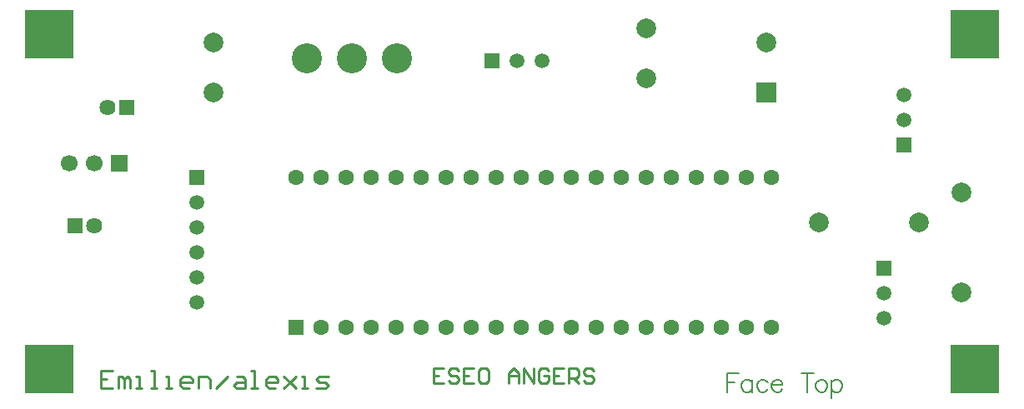
<source format=gtl>
G04*
G04 #@! TF.GenerationSoftware,Altium Limited,Altium Designer,19.1.5 (86)*
G04*
G04 Layer_Physical_Order=1*
G04 Layer_Color=255*
%FSLAX25Y25*%
%MOIN*%
G70*
G01*
G75*
%ADD11C,0.01000*%
%ADD13C,0.00800*%
%ADD28C,0.12000*%
%ADD29C,0.06299*%
%ADD30R,0.06299X0.06299*%
%ADD31C,0.05906*%
%ADD32R,0.05906X0.05906*%
%ADD33C,0.07900*%
%ADD34R,0.07900X0.07900*%
%ADD35R,0.05906X0.05906*%
%ADD36R,0.19685X0.19685*%
%ADD37R,0.19685X0.19685*%
%ADD38C,0.06400*%
%ADD39R,0.06400X0.06400*%
%ADD40R,0.06693X0.06693*%
%ADD41C,0.06693*%
D11*
X169499Y11904D02*
X165500D01*
Y5906D01*
X169499D01*
X165500Y8905D02*
X167499D01*
X175497Y10904D02*
X174497Y11904D01*
X172498D01*
X171498Y10904D01*
Y9904D01*
X172498Y8905D01*
X174497D01*
X175497Y7905D01*
Y6905D01*
X174497Y5906D01*
X172498D01*
X171498Y6905D01*
X181495Y11904D02*
X177496D01*
Y5906D01*
X181495D01*
X177496Y8905D02*
X179496D01*
X186493Y11904D02*
X184494D01*
X183494Y10904D01*
Y6905D01*
X184494Y5906D01*
X186493D01*
X187493Y6905D01*
Y10904D01*
X186493Y11904D01*
X195490Y5906D02*
Y9904D01*
X197490Y11904D01*
X199489Y9904D01*
Y5906D01*
Y8905D01*
X195490D01*
X201488Y5906D02*
Y11904D01*
X205487Y5906D01*
Y11904D01*
X211485Y10904D02*
X210485Y11904D01*
X208486D01*
X207486Y10904D01*
Y6905D01*
X208486Y5906D01*
X210485D01*
X211485Y6905D01*
Y8905D01*
X209486D01*
X217483Y11904D02*
X213485D01*
Y5906D01*
X217483D01*
X213485Y8905D02*
X215484D01*
X219482Y5906D02*
Y11904D01*
X222482D01*
X223481Y10904D01*
Y8905D01*
X222482Y7905D01*
X219482D01*
X221482D02*
X223481Y5906D01*
X229479Y10904D02*
X228480Y11904D01*
X226480D01*
X225481Y10904D01*
Y9904D01*
X226480Y8905D01*
X228480D01*
X229479Y7905D01*
Y6905D01*
X228480Y5906D01*
X226480D01*
X225481Y6905D01*
X37223Y11084D02*
X32500D01*
Y4000D01*
X37223D01*
X32500Y7542D02*
X34861D01*
X39584Y4000D02*
Y8723D01*
X40765D01*
X41946Y7542D01*
Y4000D01*
Y7542D01*
X43126Y8723D01*
X44307Y7542D01*
Y4000D01*
X46669D02*
X49030D01*
X47849D01*
Y8723D01*
X46669D01*
X52572Y4000D02*
X54934D01*
X53753D01*
Y11084D01*
X52572D01*
X58476Y4000D02*
X60837D01*
X59657D01*
Y8723D01*
X58476D01*
X67922Y4000D02*
X65560D01*
X64379Y5181D01*
Y7542D01*
X65560Y8723D01*
X67922D01*
X69102Y7542D01*
Y6361D01*
X64379D01*
X71464Y4000D02*
Y8723D01*
X75006D01*
X76187Y7542D01*
Y4000D01*
X78548D02*
X83271Y8723D01*
X86813D02*
X89175D01*
X90355Y7542D01*
Y4000D01*
X86813D01*
X85632Y5181D01*
X86813Y6361D01*
X90355D01*
X92717Y4000D02*
X95078D01*
X93897D01*
Y11084D01*
X92717D01*
X102163Y4000D02*
X99801D01*
X98620Y5181D01*
Y7542D01*
X99801Y8723D01*
X102163D01*
X103343Y7542D01*
Y6361D01*
X98620D01*
X105705Y8723D02*
X110427Y4000D01*
X108066Y6361D01*
X110427Y8723D01*
X105705Y4000D01*
X112789D02*
X115150D01*
X113970D01*
Y8723D01*
X112789D01*
X118693Y4000D02*
X122235D01*
X123415Y5181D01*
X122235Y6361D01*
X119873D01*
X118693Y7542D01*
X119873Y8723D01*
X123415D01*
D13*
X283000Y9998D02*
Y2500D01*
Y9998D02*
X287642D01*
X283000Y6428D02*
X285857D01*
X292784Y7499D02*
Y2500D01*
Y6428D02*
X292070Y7142D01*
X291355Y7499D01*
X290284D01*
X289570Y7142D01*
X288856Y6428D01*
X288499Y5356D01*
Y4642D01*
X288856Y3571D01*
X289570Y2857D01*
X290284Y2500D01*
X291355D01*
X292070Y2857D01*
X292784Y3571D01*
X299068Y6428D02*
X298354Y7142D01*
X297640Y7499D01*
X296568D01*
X295854Y7142D01*
X295140Y6428D01*
X294783Y5356D01*
Y4642D01*
X295140Y3571D01*
X295854Y2857D01*
X296568Y2500D01*
X297640D01*
X298354Y2857D01*
X299068Y3571D01*
X300675Y5356D02*
X304960D01*
Y6071D01*
X304603Y6785D01*
X304245Y7142D01*
X303531Y7499D01*
X302460D01*
X301746Y7142D01*
X301032Y6428D01*
X300675Y5356D01*
Y4642D01*
X301032Y3571D01*
X301746Y2857D01*
X302460Y2500D01*
X303531D01*
X304245Y2857D01*
X304960Y3571D01*
X314957Y9998D02*
Y2500D01*
X312458Y9998D02*
X317457D01*
X320135Y7499D02*
X319421Y7142D01*
X318707Y6428D01*
X318350Y5356D01*
Y4642D01*
X318707Y3571D01*
X319421Y2857D01*
X320135Y2500D01*
X321206D01*
X321920Y2857D01*
X322634Y3571D01*
X322991Y4642D01*
Y5356D01*
X322634Y6428D01*
X321920Y7142D01*
X321206Y7499D01*
X320135D01*
X324634D02*
Y0D01*
Y6428D02*
X325348Y7142D01*
X326062Y7499D01*
X327133D01*
X327848Y7142D01*
X328562Y6428D01*
X328919Y5356D01*
Y4642D01*
X328562Y3571D01*
X327848Y2857D01*
X327133Y2500D01*
X326062D01*
X325348Y2857D01*
X324634Y3571D01*
D28*
X114779Y136000D02*
D03*
X132890D02*
D03*
X151000D02*
D03*
D29*
X300500Y88500D02*
D03*
X290500D02*
D03*
X280500D02*
D03*
X270500D02*
D03*
X250500D02*
D03*
X240500D02*
D03*
X230500D02*
D03*
X220500D02*
D03*
X210500D02*
D03*
X200500D02*
D03*
X190500D02*
D03*
X180500D02*
D03*
X170500D02*
D03*
X160500D02*
D03*
X150500D02*
D03*
X140500D02*
D03*
X130500D02*
D03*
X120500D02*
D03*
X110500D02*
D03*
X260500D02*
D03*
X300500Y28500D02*
D03*
X290500D02*
D03*
X280500D02*
D03*
X270500D02*
D03*
X260500D02*
D03*
X250500D02*
D03*
X240500D02*
D03*
X230500D02*
D03*
X220500D02*
D03*
X210500D02*
D03*
X200500D02*
D03*
X190500D02*
D03*
X180500D02*
D03*
X170500D02*
D03*
X160500D02*
D03*
X150500D02*
D03*
X140500D02*
D03*
X130500D02*
D03*
X120500D02*
D03*
D30*
X110500D02*
D03*
D31*
X353500Y111500D02*
D03*
Y121500D02*
D03*
X345500Y32000D02*
D03*
Y42000D02*
D03*
X71000Y38500D02*
D03*
Y48500D02*
D03*
Y58500D02*
D03*
Y68500D02*
D03*
Y78500D02*
D03*
X199000Y135000D02*
D03*
X209000D02*
D03*
D32*
X353500Y101500D02*
D03*
X345500Y52000D02*
D03*
X71000Y88500D02*
D03*
D33*
X298500Y142500D02*
D03*
X376500Y42500D02*
D03*
Y82500D02*
D03*
X77500Y122500D02*
D03*
Y142500D02*
D03*
X319500Y70500D02*
D03*
X359500D02*
D03*
X250500Y128000D02*
D03*
Y148000D02*
D03*
D34*
X298500Y122500D02*
D03*
D35*
X189000Y135000D02*
D03*
D36*
X11811Y145669D02*
D03*
Y11811D02*
D03*
X381890Y145669D02*
D03*
D37*
Y11811D02*
D03*
D38*
X30000Y69000D02*
D03*
X35063Y116500D02*
D03*
D39*
X22126Y69000D02*
D03*
X42937Y116500D02*
D03*
D40*
X40000Y94000D02*
D03*
D41*
X30000D02*
D03*
X20000D02*
D03*
M02*

</source>
